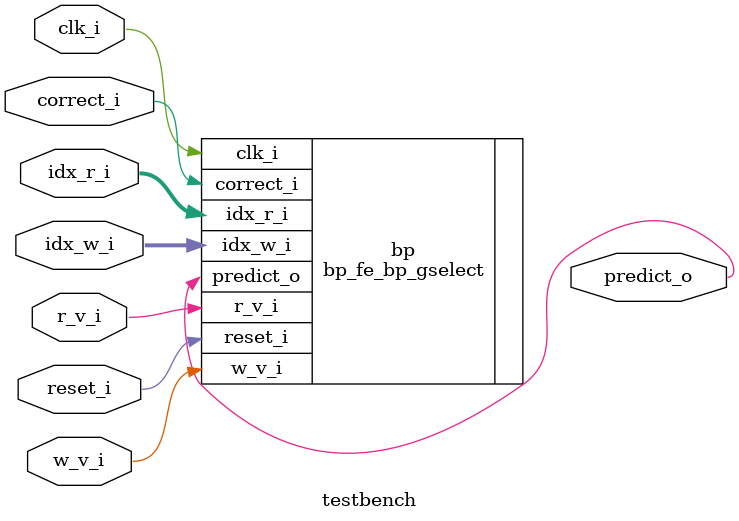
<source format=sv>
module testbench
  #( parameter bht_idx_width_p   = 9
  ,  parameter bp_cnt_sat_bits_p = 2
  ,  parameter bp_n_hist         = 6
  )
  ( input                       clk_i
  , input                       reset_i

  , input                       w_v_i
  , input [bht_idx_width_p-1:0] idx_w_i
  , input                       correct_i

  , input                       r_v_i
  , input [bht_idx_width_p-1:0] idx_r_i
  , output                      predict_o
  );


bp_fe_bp_gselect
    #(.bht_idx_width_p(bht_idx_width_p),
      .bp_cnt_sat_bits_p(bp_cnt_sat_bits_p),
      .bp_n_hist(bp_n_hist)
    ) bp
    ( .clk_i(clk_i)
    , .reset_i(reset_i)

    , .w_v_i(w_v_i)
    , .idx_w_i(idx_w_i)
    , .correct_i(correct_i)

    , .r_v_i(r_v_i)
    , .idx_r_i(idx_r_i)
    , .predict_o(predict_o)
    );


`ifndef VERILATOR
  // dump waves
  initial begin
    $dumpfile("dump.vcd");
    $dumpvars(1, testbench);
  end
`endif

endmodule

</source>
